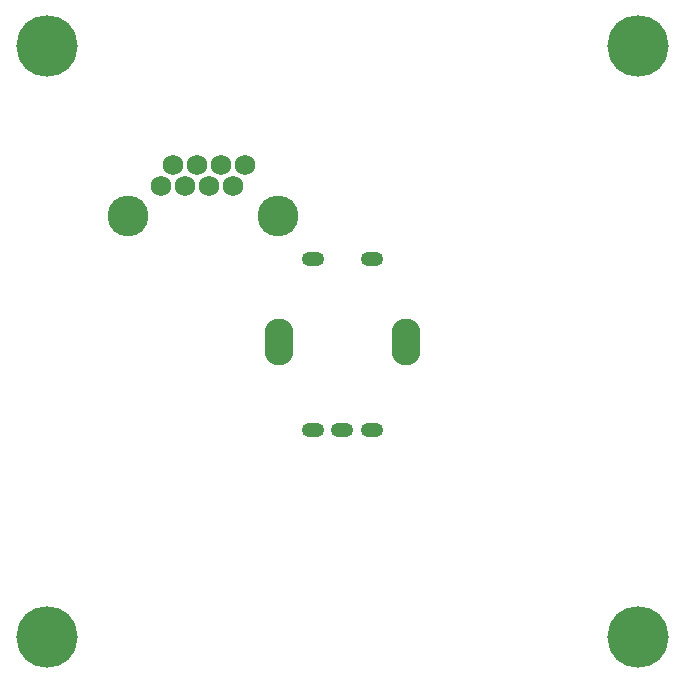
<source format=gbr>
%TF.GenerationSoftware,Altium Limited,Altium Designer,20.1.8 (145)*%
G04 Layer_Color=39423*
%FSLAX45Y45*%
%MOMM*%
%TF.SameCoordinates,39D32AA0-D89A-4232-8ACE-958E0E311499*%
%TF.FilePolarity,Negative*%
%TF.FileFunction,Soldermask,Top*%
%TF.Part,Single*%
G01*
G75*
%TA.AperFunction,ComponentPad*%
%ADD19O,1.90320X1.20320*%
%ADD20O,2.45320X3.95320*%
G04:AMPARAMS|DCode=21|XSize=2.4532mm|YSize=3.9532mm|CornerRadius=1.2266mm|HoleSize=0mm|Usage=FLASHONLY|Rotation=0.000|XOffset=0mm|YOffset=0mm|HoleType=Round|Shape=RoundedRectangle|*
%AMROUNDEDRECTD21*
21,1,2.45320,1.50000,0,0,0.0*
21,1,0.00000,3.95320,0,0,0.0*
1,1,2.45320,0.00000,-0.75000*
1,1,2.45320,0.00000,-0.75000*
1,1,2.45320,0.00000,0.75000*
1,1,2.45320,0.00000,0.75000*
%
%ADD21ROUNDEDRECTD21*%
%TA.AperFunction,ViaPad*%
%ADD22C,5.20320*%
%TA.AperFunction,ComponentPad*%
%ADD23C,1.72720*%
%ADD24C,3.45440*%
D19*
X2750000Y2250000D02*
D03*
X3250000D02*
D03*
X3000000D02*
D03*
X2750000Y3700000D02*
D03*
X3250000D02*
D03*
D20*
X3537500Y3000000D02*
D03*
D21*
X2462500D02*
D03*
D22*
X500000Y500000D02*
D03*
X5500000D02*
D03*
Y5500000D02*
D03*
X500000D02*
D03*
D23*
X1565270Y4499059D02*
D03*
X1463670Y4321259D02*
D03*
X1768470Y4499059D02*
D03*
X1666870Y4321260D02*
D03*
X1971670Y4499059D02*
D03*
X1870070Y4321259D02*
D03*
X2174870Y4499059D02*
D03*
X2073270Y4321259D02*
D03*
D24*
X2454270Y4067259D02*
D03*
X1184270D02*
D03*
%TF.MD5,fba0f501f034809c219a37afeafe7ed5*%
M02*

</source>
